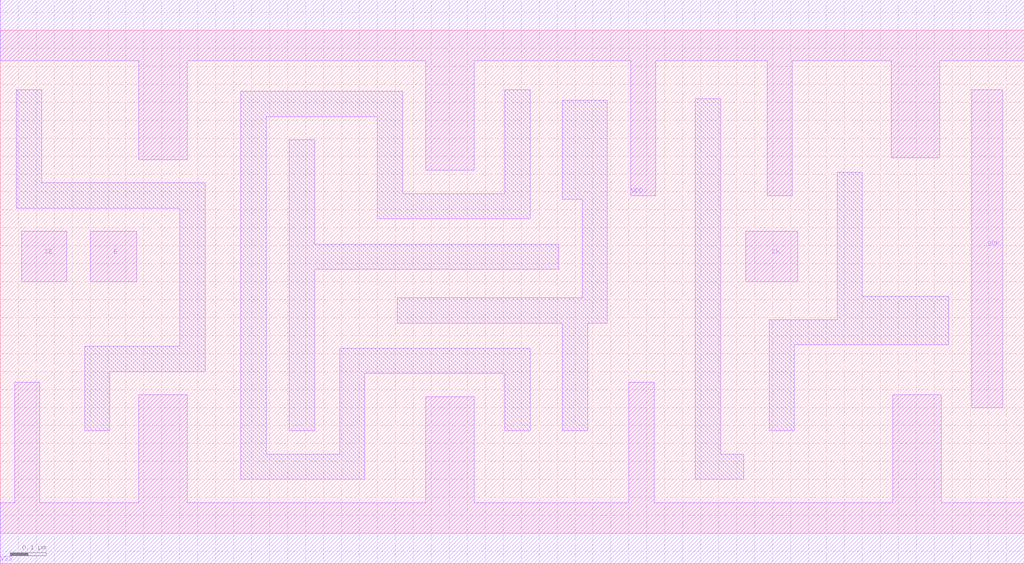
<source format=lef>
# 
# ******************************************************************************
# *                                                                            *
# *                   Copyright (C) 2004-2010, Nangate Inc.                    *
# *                           All rights reserved.                             *
# *                                                                            *
# * Nangate and the Nangate logo are trademarks of Nangate Inc.                *
# *                                                                            *
# * All trademarks, logos, software marks, and trade names (collectively the   *
# * "Marks") in this program are proprietary to Nangate or other respective    *
# * owners that have granted Nangate the right and license to use such Marks.  *
# * You are not permitted to use the Marks without the prior written consent   *
# * of Nangate or such third party that may own the Marks.                     *
# *                                                                            *
# * This file has been provided pursuant to a License Agreement containing     *
# * restrictions on its use. This file contains valuable trade secrets and     *
# * proprietary information of Nangate Inc., and is protected by U.S. and      *
# * international laws and/or treaties.                                        *
# *                                                                            *
# * The copyright notice(s) in this file does not indicate actual or intended  *
# * publication of this file.                                                  *
# *                                                                            *
# *     NGLibraryCreator, v2010.08-HR32-SP3-2010-08-05 - build 1009061800      *
# *                                                                            *
# ******************************************************************************
# 
# 
# Running on brazil06.nangate.com.br for user Giancarlo Franciscatto (gfr).
# Local time is now Fri, 3 Dec 2010, 19:32:18.
# Main process id is 27821.

VERSION 5.6 ;
BUSBITCHARS "[]" ;
DIVIDERCHAR "/" ;

MACRO CLKGATETST_X1
  CLASS core ;
  FOREIGN CLKGATETST_X1 0.0 0.0 ;
  ORIGIN 0 0 ;
  SYMMETRY X Y ;
  SITE FreePDK45_38x28_10R_NP_162NW_34O ;
  SIZE 2.85 BY 1.4 ;
  PIN CK
    DIRECTION INPUT ;
    ANTENNAPARTIALMETALAREA 0.0203 LAYER metal1 ;
    ANTENNAPARTIALMETALSIDEAREA 0.0741 LAYER metal1 ;
    ANTENNAGATEAREA 0.0525 ;
    PORT
      LAYER metal1 ;
        POLYGON 2.075 0.7 2.22 0.7 2.22 0.84 2.075 0.84  ;
    END
  END CK
  PIN E
    DIRECTION INPUT ;
    ANTENNAPARTIALMETALAREA 0.0182 LAYER metal1 ;
    ANTENNAPARTIALMETALSIDEAREA 0.0702 LAYER metal1 ;
    ANTENNAGATEAREA 0.02625 ;
    PORT
      LAYER metal1 ;
        POLYGON 0.25 0.7 0.38 0.7 0.38 0.84 0.25 0.84  ;
    END
  END E
  PIN SE
    DIRECTION INPUT ;
    ANTENNAPARTIALMETALAREA 0.0175 LAYER metal1 ;
    ANTENNAPARTIALMETALSIDEAREA 0.0689 LAYER metal1 ;
    ANTENNAGATEAREA 0.02625 ;
    PORT
      LAYER metal1 ;
        POLYGON 0.06 0.7 0.185 0.7 0.185 0.84 0.06 0.84  ;
    END
  END SE
  PIN GCK
    DIRECTION OUTPUT ;
    ANTENNAPARTIALMETALAREA 0.075225 LAYER metal1 ;
    ANTENNAPARTIALMETALSIDEAREA 0.2522 LAYER metal1 ;
    ANTENNADIFFAREA 0.086625 ;
    PORT
      LAYER metal1 ;
        POLYGON 2.705 0.35 2.79 0.35 2.79 1.235 2.705 1.235  ;
    END
  END GCK
  PIN VDD
    DIRECTION INOUT ;
    USE power ;
    SHAPE ABUTMENT ;
    PORT
      LAYER metal1 ;
        POLYGON 0 1.315 0.385 1.315 0.385 1.04 0.52 1.04 0.52 1.315 0.57 1.315 1.185 1.315 1.185 1.01 1.32 1.01 1.32 1.315 1.475 1.315 1.555 1.315 1.69 1.315 1.755 1.315 1.755 0.94 1.825 0.94 1.825 1.315 2.07 1.315 2.135 1.315 2.135 0.94 2.205 0.94 2.205 1.315 2.48 1.315 2.48 1.045 2.615 1.045 2.615 1.315 2.64 1.315 2.85 1.315 2.85 1.485 2.64 1.485 2.07 1.485 1.69 1.485 1.555 1.485 1.475 1.485 0.57 1.485 0 1.485  ;
    END
  END VDD
  PIN VSS
    DIRECTION INOUT ;
    USE ground ;
    SHAPE ABUTMENT ;
    PORT
      LAYER metal1 ;
        POLYGON 0 -0.085 2.85 -0.085 2.85 0.085 2.62 0.085 2.62 0.385 2.485 0.385 2.485 0.085 1.82 0.085 1.82 0.42 1.75 0.42 1.75 0.085 1.32 0.085 1.32 0.38 1.185 0.38 1.185 0.085 0.52 0.085 0.52 0.385 0.385 0.385 0.385 0.085 0.11 0.085 0.11 0.42 0.04 0.42 0.04 0.085 0 0.085  ;
    END
  END VSS
  OBS
      LAYER metal1 ;
        POLYGON 0.045 0.905 0.5 0.905 0.5 0.52 0.235 0.52 0.235 0.285 0.305 0.285 0.305 0.45 0.57 0.45 0.57 0.975 0.115 0.975 0.115 1.235 0.045 1.235  ;
        POLYGON 0.74 1.16 1.05 1.16 1.05 0.875 1.475 0.875 1.475 1.235 1.405 1.235 1.405 0.945 1.12 0.945 1.12 1.23 0.67 1.23 0.67 0.15 1.015 0.15 1.015 0.445 1.405 0.445 1.405 0.285 1.475 0.285 1.475 0.515 0.945 0.515 0.945 0.22 0.74 0.22  ;
        POLYGON 0.805 0.285 0.875 0.285 0.875 0.735 1.555 0.735 1.555 0.805 0.875 0.805 0.875 1.095 0.805 1.095  ;
        POLYGON 1.565 0.93 1.62 0.93 1.62 0.655 1.105 0.655 1.105 0.585 1.565 0.585 1.565 0.285 1.635 0.285 1.635 0.585 1.69 0.585 1.69 1.205 1.565 1.205  ;
        POLYGON 1.935 0.15 2.07 0.15 2.07 0.22 2.005 0.22 2.005 1.21 1.935 1.21  ;
        POLYGON 2.14 0.285 2.21 0.285 2.21 0.525 2.64 0.525 2.64 0.66 2.4 0.66 2.4 1.005 2.33 1.005 2.33 0.595 2.14 0.595  ;
  END
END CLKGATETST_X1

END LIBRARY
#
# End of file
#

</source>
